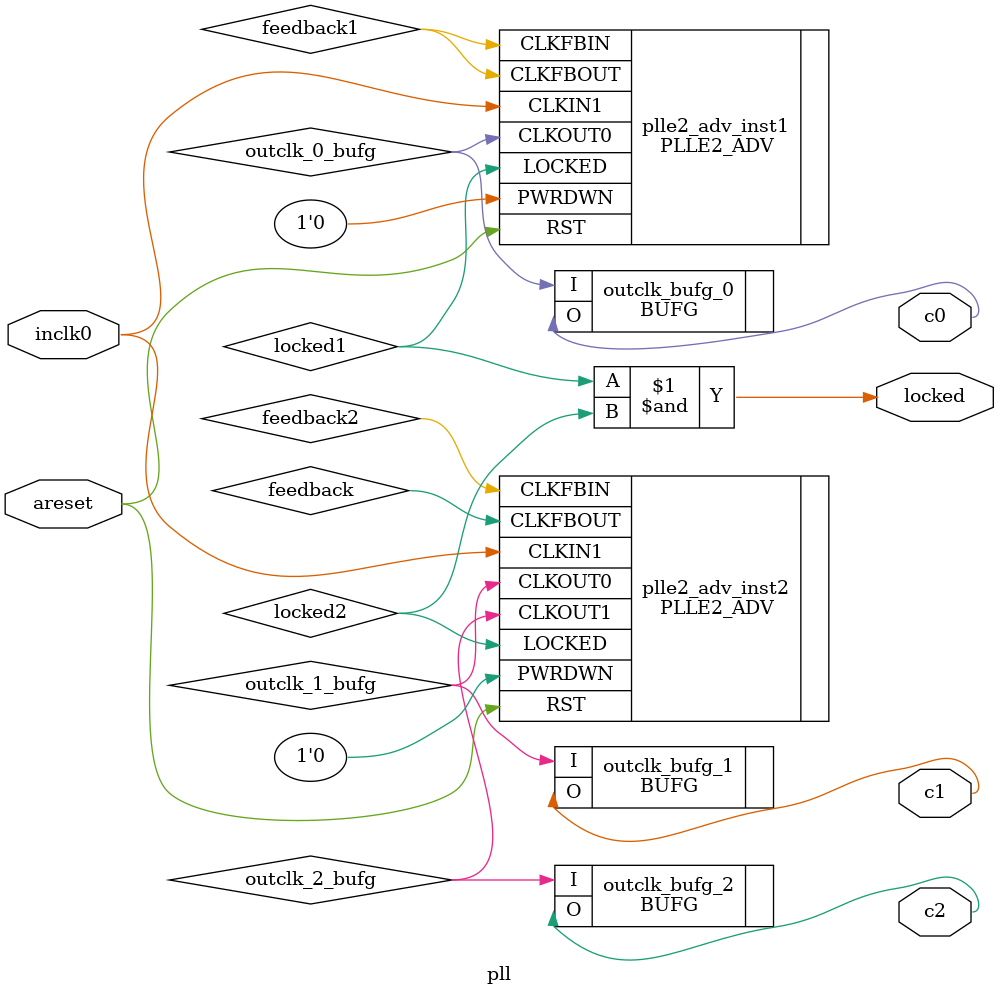
<source format=v>

`timescale 1 ps / 1 ps

module pll (
	areset,
	inclk0,
	c0,
	c1,
	c2,
	locked);

	input	  areset;
	input	  inclk0;
	output	  c0;
	output	  c1;
	output	  c2;
	output	  locked;

	wire feedback1;
	wire feedback2;

	wire outclk_0_bufg;
	wire outclk_1_bufg;
	wire outclk_2_bufg;
	wire locked1;
	wire locked2;

	PLLE2_ADV #(
		.CLKFBOUT_MULT(6'd24),
		.CLKIN1_PERIOD(20.0),
		.CLKOUT0_DIVIDE(7'd25),
		.CLKOUT0_PHASE(1'd0),
		.DIVCLK_DIVIDE(1'd1),
		.REF_JITTER1(0.01),
		.STARTUP_WAIT("FALSE")
	) plle2_adv_inst1 (
		.CLKFBIN(feedback1),
		.CLKIN1(inclk0),
		.PWRDWN(1'b0),
		.RST(areset),
		.CLKFBOUT(feedback1),
		.CLKOUT0(outclk_0_bufg),
		.LOCKED(locked1)
	);

	PLLE2_ADV #(
		.CLKFBOUT_MULT(6'd53),
		.CLKIN1_PERIOD(20.0),
		.CLKOUT0_DIVIDE(7'd42),
		.CLKOUT0_PHASE(1'd0),
		.CLKOUT1_DIVIDE(7'd84),
		.CLKOUT1_PHASE(1'd0),
		.DIVCLK_DIVIDE(1'd1),
		.REF_JITTER1(0.01),
		.STARTUP_WAIT("FALSE")
	) plle2_adv_inst2 (
		.CLKFBIN(feedback2),
		.CLKIN1(inclk0),
		.PWRDWN(1'b0),
		.RST(areset),
		.CLKFBOUT(feedback),
		.CLKOUT0(outclk_1_bufg),
		.CLKOUT1(outclk_2_bufg),
		.LOCKED(locked2)
	);

	BUFG outclk_bufg_0 (.I(outclk_0_bufg), .O(c0));
	BUFG outclk_bufg_1 (.I(outclk_1_bufg), .O(c1));	
	BUFG outclk_bufg_2 (.I(outclk_2_bufg), .O(c2));	

	assign locked = locked1 & locked2;

endmodule
</source>
